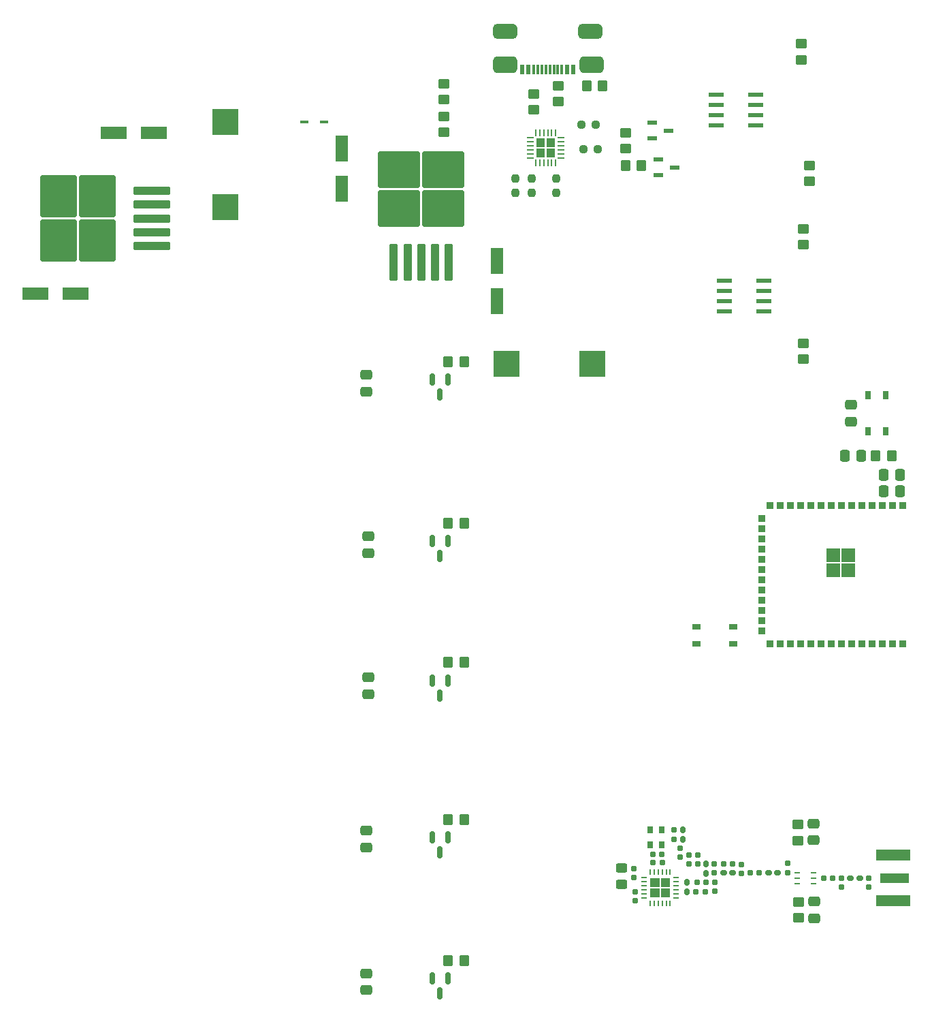
<source format=gbr>
%TF.GenerationSoftware,KiCad,Pcbnew,7.0.7*%
%TF.CreationDate,2023-11-01T18:07:50-05:00*%
%TF.ProjectId,greenhouse-controller-pcb,67726565-6e68-46f7-9573-652d636f6e74,rev?*%
%TF.SameCoordinates,Original*%
%TF.FileFunction,Paste,Top*%
%TF.FilePolarity,Positive*%
%FSLAX46Y46*%
G04 Gerber Fmt 4.6, Leading zero omitted, Abs format (unit mm)*
G04 Created by KiCad (PCBNEW 7.0.7) date 2023-11-01 18:07:50*
%MOMM*%
%LPD*%
G01*
G04 APERTURE LIST*
G04 Aperture macros list*
%AMRoundRect*
0 Rectangle with rounded corners*
0 $1 Rounding radius*
0 $2 $3 $4 $5 $6 $7 $8 $9 X,Y pos of 4 corners*
0 Add a 4 corners polygon primitive as box body*
4,1,4,$2,$3,$4,$5,$6,$7,$8,$9,$2,$3,0*
0 Add four circle primitives for the rounded corners*
1,1,$1+$1,$2,$3*
1,1,$1+$1,$4,$5*
1,1,$1+$1,$6,$7*
1,1,$1+$1,$8,$9*
0 Add four rect primitives between the rounded corners*
20,1,$1+$1,$2,$3,$4,$5,0*
20,1,$1+$1,$4,$5,$6,$7,0*
20,1,$1+$1,$6,$7,$8,$9,0*
20,1,$1+$1,$8,$9,$2,$3,0*%
G04 Aperture macros list end*
%ADD10RoundRect,0.250000X-0.350000X-0.450000X0.350000X-0.450000X0.350000X0.450000X-0.350000X0.450000X0*%
%ADD11RoundRect,0.155000X0.155000X-0.212500X0.155000X0.212500X-0.155000X0.212500X-0.155000X-0.212500X0*%
%ADD12R,3.302000X3.302000*%
%ADD13RoundRect,0.160000X-0.222500X-0.160000X0.222500X-0.160000X0.222500X0.160000X-0.222500X0.160000X0*%
%ADD14RoundRect,0.250000X-0.450000X0.325000X-0.450000X-0.325000X0.450000X-0.325000X0.450000X0.325000X0*%
%ADD15RoundRect,0.150000X-0.150000X0.587500X-0.150000X-0.587500X0.150000X-0.587500X0.150000X0.587500X0*%
%ADD16RoundRect,0.250000X0.350000X0.450000X-0.350000X0.450000X-0.350000X-0.450000X0.350000X-0.450000X0*%
%ADD17R,1.040000X0.460000*%
%ADD18RoundRect,0.250000X-0.450000X0.350000X-0.450000X-0.350000X0.450000X-0.350000X0.450000X0.350000X0*%
%ADD19R,0.990600X0.711200*%
%ADD20RoundRect,0.155000X0.212500X0.155000X-0.212500X0.155000X-0.212500X-0.155000X0.212500X-0.155000X0*%
%ADD21R,1.981200X0.558800*%
%ADD22RoundRect,0.237500X0.250000X0.237500X-0.250000X0.237500X-0.250000X-0.237500X0.250000X-0.237500X0*%
%ADD23R,0.711200X0.990600*%
%ADD24R,1.219200X0.558800*%
%ADD25R,0.254000X0.762000*%
%ADD26R,0.762000X0.254000*%
%ADD27RoundRect,0.250000X0.300000X-2.050000X0.300000X2.050000X-0.300000X2.050000X-0.300000X-2.050000X0*%
%ADD28RoundRect,0.250000X2.375000X-2.025000X2.375000X2.025000X-2.375000X2.025000X-2.375000X-2.025000X0*%
%ADD29R,1.600000X3.200000*%
%ADD30RoundRect,0.155000X-0.155000X0.212500X-0.155000X-0.212500X0.155000X-0.212500X0.155000X0.212500X0*%
%ADD31RoundRect,0.155000X-0.212500X-0.155000X0.212500X-0.155000X0.212500X0.155000X-0.212500X0.155000X0*%
%ADD32RoundRect,0.160000X0.160000X-0.222500X0.160000X0.222500X-0.160000X0.222500X-0.160000X-0.222500X0*%
%ADD33RoundRect,0.250000X0.450000X-0.350000X0.450000X0.350000X-0.450000X0.350000X-0.450000X-0.350000X0*%
%ADD34RoundRect,0.160000X-0.197500X-0.160000X0.197500X-0.160000X0.197500X0.160000X-0.197500X0.160000X0*%
%ADD35R,3.200000X1.600000*%
%ADD36RoundRect,0.250000X0.337500X0.475000X-0.337500X0.475000X-0.337500X-0.475000X0.337500X-0.475000X0*%
%ADD37RoundRect,0.250000X2.050000X0.300000X-2.050000X0.300000X-2.050000X-0.300000X2.050000X-0.300000X0*%
%ADD38RoundRect,0.250000X2.025000X2.375000X-2.025000X2.375000X-2.025000X-2.375000X2.025000X-2.375000X0*%
%ADD39RoundRect,0.250000X-0.475000X0.337500X-0.475000X-0.337500X0.475000X-0.337500X0.475000X0.337500X0*%
%ADD40RoundRect,0.237500X0.237500X-0.250000X0.237500X0.250000X-0.237500X0.250000X-0.237500X-0.250000X0*%
%ADD41R,0.600000X1.150000*%
%ADD42R,0.300000X1.150000*%
%ADD43RoundRect,0.525000X0.975000X0.525000X-0.975000X0.525000X-0.975000X-0.525000X0.975000X-0.525000X0*%
%ADD44RoundRect,0.450000X1.050000X0.450000X-1.050000X0.450000X-1.050000X-0.450000X1.050000X-0.450000X0*%
%ADD45R,0.800000X0.900000*%
%ADD46RoundRect,0.250000X0.475000X-0.337500X0.475000X0.337500X-0.475000X0.337500X-0.475000X-0.337500X0*%
%ADD47RoundRect,0.250000X-0.337500X-0.475000X0.337500X-0.475000X0.337500X0.475000X-0.337500X0.475000X0*%
%ADD48R,0.889000X0.838200*%
%ADD49R,0.838200X0.889000*%
%ADD50R,3.600000X1.270000*%
%ADD51R,4.200000X1.350000*%
%ADD52R,0.254000X0.812800*%
%ADD53R,0.812800X0.254000*%
%ADD54R,0.787400X0.254000*%
G04 APERTURE END LIST*
%TO.C,U4*%
G36*
X162009914Y-136293300D02*
G01*
X160889114Y-136293300D01*
X160889114Y-135172500D01*
X162009914Y-135172500D01*
X162009914Y-136293300D01*
G37*
G36*
X160689114Y-136293300D02*
G01*
X159568314Y-136293300D01*
X159568314Y-135172500D01*
X160689114Y-135172500D01*
X160689114Y-136293300D01*
G37*
G36*
X162009914Y-137614100D02*
G01*
X160889114Y-137614100D01*
X160889114Y-136493300D01*
X162009914Y-136493300D01*
X162009914Y-137614100D01*
G37*
G36*
X160689114Y-137614100D02*
G01*
X159568314Y-137614100D01*
X159568314Y-136493300D01*
X160689114Y-136493300D01*
X160689114Y-137614100D01*
G37*
%TO.C,U1*%
G36*
X185010600Y-95910699D02*
G01*
X183356400Y-95910699D01*
X183356400Y-94256499D01*
X185010600Y-94256499D01*
X185010600Y-95910699D01*
G37*
G36*
X183156400Y-95910699D02*
G01*
X181502200Y-95910699D01*
X181502200Y-94256499D01*
X183156400Y-94256499D01*
X183156400Y-95910699D01*
G37*
G36*
X185010600Y-97764899D02*
G01*
X183356400Y-97764899D01*
X183356400Y-96110699D01*
X185010600Y-96110699D01*
X185010600Y-97764899D01*
G37*
G36*
X183156400Y-97764899D02*
G01*
X181502200Y-97764899D01*
X181502200Y-96110699D01*
X183156400Y-96110699D01*
X183156400Y-97764899D01*
G37*
%TO.C,U8*%
G36*
X147728000Y-44350000D02*
G01*
X146658000Y-44350000D01*
X146658000Y-43280000D01*
X147728000Y-43280000D01*
X147728000Y-44350000D01*
G37*
G36*
X146458000Y-44350000D02*
G01*
X145388000Y-44350000D01*
X145388000Y-43280000D01*
X146458000Y-43280000D01*
X146458000Y-44350000D01*
G37*
G36*
X147728000Y-45620000D02*
G01*
X146658000Y-45620000D01*
X146658000Y-44550000D01*
X147728000Y-44550000D01*
X147728000Y-45620000D01*
G37*
G36*
X146458000Y-45620000D02*
G01*
X145388000Y-45620000D01*
X145388000Y-44550000D01*
X146458000Y-44550000D01*
X146458000Y-45620000D01*
G37*
%TD*%
D10*
%TO.C,R26*%
X134415001Y-127889000D03*
X136415001Y-127889000D03*
%TD*%
D11*
%TO.C,C11*%
X164406114Y-133459600D03*
X164406114Y-132324600D03*
%TD*%
D12*
%TO.C,L7*%
X106730800Y-51816000D03*
X106730800Y-41198800D03*
%TD*%
D13*
%TO.C,L5*%
X174273014Y-134560500D03*
X175418014Y-134560500D03*
%TD*%
D14*
%TO.C,L1*%
X155998714Y-133933200D03*
X155998714Y-135983200D03*
%TD*%
D15*
%TO.C,Q4*%
X134368501Y-93327499D03*
X132468501Y-93327499D03*
X133418501Y-95202499D03*
%TD*%
D16*
%TO.C,R11*%
X153654000Y-36703000D03*
X151654000Y-36703000D03*
%TD*%
D12*
%TO.C,L8*%
X141706600Y-71323200D03*
X152323800Y-71323200D03*
%TD*%
D17*
%TO.C,D2*%
X118948200Y-41198800D03*
X116568200Y-41198800D03*
%TD*%
D10*
%TO.C,R27*%
X134415001Y-145415000D03*
X136415001Y-145415000D03*
%TD*%
D18*
%TO.C,R15*%
X148082000Y-36719000D03*
X148082000Y-38719000D03*
%TD*%
D19*
%TO.C,SW2*%
X169839201Y-106078599D03*
X165339199Y-106078599D03*
X169839201Y-103928601D03*
X165339199Y-103928601D03*
%TD*%
D20*
%TO.C,C7*%
X160985814Y-132240400D03*
X159850814Y-132240400D03*
%TD*%
D21*
%TO.C,U2*%
X167716200Y-37846000D03*
X167716200Y-39116000D03*
X167716200Y-40386000D03*
X167716200Y-41656000D03*
X172643800Y-41656000D03*
X172643800Y-40386000D03*
X172643800Y-39116000D03*
X172643800Y-37846000D03*
%TD*%
D22*
%TO.C,R20*%
X152804500Y-41529000D03*
X150979500Y-41529000D03*
%TD*%
D16*
%TO.C,R1*%
X189595000Y-82677000D03*
X187595000Y-82677000D03*
%TD*%
D23*
%TO.C,SW1*%
X188806399Y-75169199D03*
X188806399Y-79669201D03*
X186656401Y-75169199D03*
X186656401Y-79669201D03*
%TD*%
D24*
%TO.C,Q2*%
X159761001Y-41340999D03*
X159761001Y-43241001D03*
X161803000Y-42291000D03*
%TD*%
D18*
%TO.C,R9*%
X177927000Y-128514600D03*
X177927000Y-130514600D03*
%TD*%
D25*
%TO.C,U4*%
X162039114Y-134424800D03*
X161539115Y-134424800D03*
X161039114Y-134424800D03*
X160539114Y-134424800D03*
X160039113Y-134424800D03*
X159539114Y-134424800D03*
D26*
X158820614Y-135143300D03*
X158820614Y-135643299D03*
X158820614Y-136143300D03*
X158820614Y-136643300D03*
X158820614Y-137143301D03*
X158820614Y-137643300D03*
D25*
X159539114Y-138361800D03*
X160039113Y-138361800D03*
X160539114Y-138361800D03*
X161039114Y-138361800D03*
X161539115Y-138361800D03*
X162039114Y-138361800D03*
D26*
X162757614Y-137643300D03*
X162757614Y-137143301D03*
X162757614Y-136643300D03*
X162757614Y-136143300D03*
X162757614Y-135643299D03*
X162757614Y-135143300D03*
%TD*%
D27*
%TO.C,U7*%
X127664000Y-58707000D03*
X129364000Y-58707000D03*
X131064000Y-58707000D03*
D28*
X128289000Y-51982000D03*
X133839000Y-51982000D03*
X128289000Y-47132000D03*
X133839000Y-47132000D03*
D27*
X132764000Y-58707000D03*
X134464000Y-58707000D03*
%TD*%
D11*
%TO.C,C12*%
X165447514Y-133468300D03*
X165447514Y-132333300D03*
%TD*%
D29*
%TO.C,C29*%
X140487400Y-63460000D03*
X140487400Y-58460000D03*
%TD*%
D30*
%TO.C,C10*%
X157675114Y-136905300D03*
X157675114Y-138040300D03*
%TD*%
D31*
%TO.C,C23*%
X181093564Y-135195500D03*
X182228564Y-135195500D03*
%TD*%
D11*
%TO.C,C24*%
X183337464Y-136321800D03*
X183337464Y-135186800D03*
%TD*%
D32*
%TO.C,L3*%
X164152114Y-136902300D03*
X164152114Y-135757300D03*
%TD*%
D33*
%TO.C,R3*%
X178308000Y-33504000D03*
X178308000Y-31504000D03*
%TD*%
D34*
%TO.C,R8*%
X159846214Y-133281800D03*
X161041214Y-133281800D03*
%TD*%
D10*
%TO.C,R12*%
X156480000Y-46609000D03*
X158480000Y-46609000D03*
%TD*%
D35*
%TO.C,C26*%
X88047200Y-62534800D03*
X83047200Y-62534800D03*
%TD*%
D36*
%TO.C,C4*%
X185822500Y-82677000D03*
X183747500Y-82677000D03*
%TD*%
D37*
%TO.C,U6*%
X97536000Y-56613000D03*
X97536000Y-54913000D03*
X97536000Y-53213000D03*
D38*
X90811000Y-55988000D03*
X90811000Y-50438000D03*
X85961000Y-55988000D03*
X85961000Y-50438000D03*
D37*
X97536000Y-51513000D03*
X97536000Y-49813000D03*
%TD*%
D18*
%TO.C,R17*%
X133858000Y-40529000D03*
X133858000Y-42529000D03*
%TD*%
D11*
%TO.C,C20*%
X176623514Y-134493000D03*
X176623514Y-133358000D03*
%TD*%
D32*
%TO.C,L2*%
X166488914Y-134590900D03*
X166488914Y-133445900D03*
%TD*%
D29*
%TO.C,C28*%
X121208800Y-49490000D03*
X121208800Y-44490000D03*
%TD*%
D33*
%TO.C,R2*%
X179324000Y-48625000D03*
X179324000Y-46625000D03*
%TD*%
D11*
%TO.C,C9*%
X163263114Y-132604700D03*
X163263114Y-131469700D03*
%TD*%
D31*
%TO.C,C16*%
X168690014Y-133417500D03*
X169825014Y-133417500D03*
%TD*%
D39*
%TO.C,C30*%
X124274501Y-72653499D03*
X124274501Y-74728499D03*
%TD*%
%TO.C,C31*%
X124528501Y-92719499D03*
X124528501Y-94794499D03*
%TD*%
D32*
%TO.C,FB1*%
X163567914Y-130360800D03*
X163567914Y-129215800D03*
%TD*%
D10*
%TO.C,R24*%
X134415001Y-91059000D03*
X136415001Y-91059000D03*
%TD*%
D15*
%TO.C,Q6*%
X134368501Y-130157499D03*
X132468501Y-130157499D03*
X133418501Y-132032499D03*
%TD*%
D16*
%TO.C,R23*%
X136415001Y-70993000D03*
X134415001Y-70993000D03*
%TD*%
D24*
%TO.C,Q1*%
X160523001Y-45912999D03*
X160523001Y-47813001D03*
X162565000Y-46863000D03*
%TD*%
D35*
%TO.C,C27*%
X97851600Y-42621200D03*
X92851600Y-42621200D03*
%TD*%
D40*
%TO.C,R19*%
X144780000Y-50061500D03*
X144780000Y-48236500D03*
%TD*%
D30*
%TO.C,C8*%
X157497314Y-134009700D03*
X157497314Y-135144700D03*
%TD*%
D13*
%TO.C,L6*%
X184441364Y-135195500D03*
X185586364Y-135195500D03*
%TD*%
D33*
%TO.C,R6*%
X178562000Y-56499000D03*
X178562000Y-54499000D03*
%TD*%
D41*
%TO.C,J5*%
X150014000Y-34727000D03*
X149214000Y-34727000D03*
D42*
X148064000Y-34727000D03*
X147064000Y-34727000D03*
X146564000Y-34727000D03*
X145564000Y-34727000D03*
D41*
X143614000Y-34727000D03*
X144414000Y-34727000D03*
D42*
X145064000Y-34727000D03*
X146064000Y-34727000D03*
X147564000Y-34727000D03*
X148564000Y-34727000D03*
D43*
X152234000Y-34152000D03*
X141494000Y-34152000D03*
D44*
X152134000Y-29972000D03*
X141494000Y-29972000D03*
%TD*%
D11*
%TO.C,C25*%
X186690264Y-136321800D03*
X186690264Y-135186800D03*
%TD*%
D31*
%TO.C,C14*%
X165244314Y-136914000D03*
X166379314Y-136914000D03*
%TD*%
D11*
%TO.C,C13*%
X167530314Y-134569200D03*
X167530314Y-133434200D03*
%TD*%
D15*
%TO.C,Q3*%
X134368501Y-73261499D03*
X132468501Y-73261499D03*
X133418501Y-75136499D03*
%TD*%
D31*
%TO.C,C19*%
X171992014Y-134560500D03*
X173127014Y-134560500D03*
%TD*%
D45*
%TO.C,Y1*%
X159540914Y-129207200D03*
X159540914Y-131057200D03*
X160990914Y-131057200D03*
X160990914Y-129207200D03*
%TD*%
D39*
%TO.C,C34*%
X124274501Y-147053999D03*
X124274501Y-149128999D03*
%TD*%
D15*
%TO.C,Q7*%
X134368501Y-147683499D03*
X132468501Y-147683499D03*
X133418501Y-149558499D03*
%TD*%
D33*
%TO.C,R5*%
X178562000Y-70723000D03*
X178562000Y-68723000D03*
%TD*%
D31*
%TO.C,C15*%
X165362614Y-135694800D03*
X166497614Y-135694800D03*
%TD*%
D10*
%TO.C,R25*%
X134415001Y-108331000D03*
X136415001Y-108331000D03*
%TD*%
D18*
%TO.C,R14*%
X145034000Y-37735000D03*
X145034000Y-39735000D03*
%TD*%
D33*
%TO.C,R10*%
X177995114Y-140157900D03*
X177995114Y-138157900D03*
%TD*%
%TO.C,R16*%
X133858000Y-38465000D03*
X133858000Y-36465000D03*
%TD*%
D11*
%TO.C,C18*%
X167581114Y-136821100D03*
X167581114Y-135686100D03*
%TD*%
D46*
%TO.C,C21*%
X179874714Y-130492600D03*
X179874714Y-128417600D03*
%TD*%
D47*
%TO.C,C1*%
X188552000Y-87122000D03*
X190627000Y-87122000D03*
%TD*%
D40*
%TO.C,R22*%
X147828000Y-50061500D03*
X147828000Y-48236500D03*
%TD*%
D33*
%TO.C,R13*%
X156464000Y-44561000D03*
X156464000Y-42561000D03*
%TD*%
D48*
%TO.C,U1*%
X190975500Y-88926799D03*
X189705500Y-88926799D03*
X188435500Y-88926799D03*
X187165500Y-88926799D03*
X185895500Y-88926799D03*
X184625500Y-88926799D03*
X183355500Y-88926799D03*
X182085500Y-88926799D03*
X180815500Y-88926799D03*
X179545500Y-88926799D03*
X178275500Y-88926799D03*
X177005500Y-88926799D03*
X175735500Y-88926799D03*
X174465500Y-88926799D03*
D49*
X173390900Y-90522699D03*
X173390900Y-91792699D03*
X173390900Y-93062699D03*
X173390900Y-94332699D03*
X173390900Y-95602699D03*
X173390900Y-96872699D03*
X173390900Y-98142699D03*
X173390900Y-99412699D03*
X173390900Y-100682699D03*
X173390900Y-101952699D03*
X173390900Y-103222699D03*
X173390900Y-104492699D03*
D48*
X174465500Y-106088599D03*
X175735500Y-106088599D03*
X177005500Y-106088599D03*
X178275500Y-106088599D03*
X179545500Y-106088599D03*
X180815500Y-106088599D03*
X182085500Y-106088599D03*
X183355500Y-106088599D03*
X184625500Y-106088599D03*
X185895500Y-106088599D03*
X187165500Y-106088599D03*
X188435500Y-106088599D03*
X189705500Y-106088599D03*
X190975500Y-106088599D03*
%TD*%
D39*
%TO.C,C33*%
X124274501Y-129295499D03*
X124274501Y-131370499D03*
%TD*%
D40*
%TO.C,R18*%
X142748000Y-50061500D03*
X142748000Y-48236500D03*
%TD*%
D50*
%TO.C,J4*%
X189955314Y-135186800D03*
D51*
X189755314Y-138011800D03*
X189755314Y-132361800D03*
%TD*%
D21*
%TO.C,U3*%
X168732200Y-60960000D03*
X168732200Y-62230000D03*
X168732200Y-63500000D03*
X168732200Y-64770000D03*
X173659800Y-64770000D03*
X173659800Y-63500000D03*
X173659800Y-62230000D03*
X173659800Y-60960000D03*
%TD*%
D47*
%TO.C,C2*%
X188573500Y-85090000D03*
X190648500Y-85090000D03*
%TD*%
D22*
%TO.C,R21*%
X153058500Y-44577000D03*
X151233500Y-44577000D03*
%TD*%
D11*
%TO.C,C17*%
X170908514Y-134620000D03*
X170908514Y-133485000D03*
%TD*%
D15*
%TO.C,Q5*%
X134368501Y-110677999D03*
X132468501Y-110677999D03*
X133418501Y-112552999D03*
%TD*%
D39*
%TO.C,C3*%
X184556400Y-76407100D03*
X184556400Y-78482100D03*
%TD*%
D13*
%TO.C,L4*%
X168685014Y-134560500D03*
X169830014Y-134560500D03*
%TD*%
D39*
%TO.C,C32*%
X124528501Y-110245499D03*
X124528501Y-112320499D03*
%TD*%
D30*
%TO.C,C6*%
X162501114Y-129209100D03*
X162501114Y-130344100D03*
%TD*%
D52*
%TO.C,U8*%
X147808000Y-42557700D03*
X147308001Y-42557700D03*
X146808000Y-42557700D03*
X146308000Y-42557700D03*
X145807999Y-42557700D03*
X145308000Y-42557700D03*
D53*
X144665700Y-43200000D03*
X144665700Y-43699999D03*
X144665700Y-44200000D03*
X144665700Y-44700000D03*
X144665700Y-45200001D03*
X144665700Y-45700000D03*
D52*
X145308000Y-46342300D03*
X145807999Y-46342300D03*
X146308000Y-46342300D03*
X146808000Y-46342300D03*
X147308001Y-46342300D03*
X147808000Y-46342300D03*
D53*
X148450300Y-45700000D03*
X148450300Y-45200001D03*
X148450300Y-44700000D03*
X148450300Y-44200000D03*
X148450300Y-43699999D03*
X148450300Y-43200000D03*
%TD*%
D54*
%TO.C,U5*%
X177852514Y-134545514D03*
X177852514Y-135195500D03*
X177852514Y-135845486D03*
X179884514Y-135845486D03*
X179884514Y-135195500D03*
X179884514Y-134545514D03*
%TD*%
D39*
%TO.C,C22*%
X179925514Y-138095000D03*
X179925514Y-140170000D03*
%TD*%
M02*

</source>
